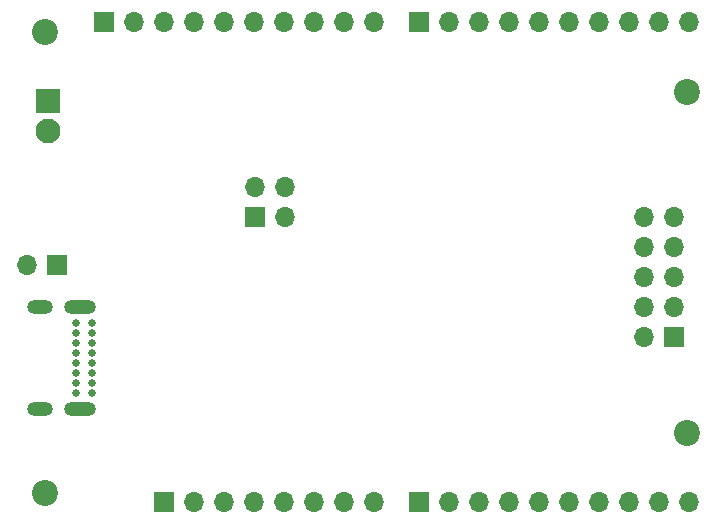
<source format=gbr>
%TF.GenerationSoftware,KiCad,Pcbnew,7.0.6*%
%TF.CreationDate,2023-07-26T12:25:32-06:00*%
%TF.ProjectId,PuyoPuy030,5075796f-5075-4793-9033-302e6b696361,rev?*%
%TF.SameCoordinates,Original*%
%TF.FileFunction,Soldermask,Bot*%
%TF.FilePolarity,Negative*%
%FSLAX46Y46*%
G04 Gerber Fmt 4.6, Leading zero omitted, Abs format (unit mm)*
G04 Created by KiCad (PCBNEW 7.0.6) date 2023-07-26 12:25:32*
%MOMM*%
%LPD*%
G01*
G04 APERTURE LIST*
%ADD10R,1.700000X1.700000*%
%ADD11O,1.700000X1.700000*%
%ADD12C,2.200000*%
%ADD13C,0.660400*%
%ADD14O,2.700000X1.200000*%
%ADD15O,2.200000X1.200000*%
%ADD16R,2.100000X2.100000*%
%ADD17C,2.100000*%
G04 APERTURE END LIST*
D10*
%TO.C,J5*%
X116332000Y-91490800D03*
D11*
X118872000Y-91490800D03*
X121412000Y-91490800D03*
X123952000Y-91490800D03*
X126492000Y-91490800D03*
X129032000Y-91490800D03*
X131572000Y-91490800D03*
X134112000Y-91490800D03*
X136652000Y-91490800D03*
X139192000Y-91490800D03*
%TD*%
D10*
%TO.C,J3*%
X137962600Y-118137700D03*
D11*
X135422600Y-118137700D03*
X137962600Y-115597700D03*
X135422600Y-115597700D03*
X137962600Y-113057700D03*
X135422600Y-113057700D03*
X137962600Y-110517700D03*
X135422600Y-110517700D03*
X137962600Y-107977700D03*
X135422600Y-107977700D03*
%TD*%
D12*
%TO.C,H4*%
X139070200Y-126217800D03*
%TD*%
D10*
%TO.C,J6*%
X116332000Y-132130800D03*
D11*
X118872000Y-132130800D03*
X121412000Y-132130800D03*
X123952000Y-132130800D03*
X126492000Y-132130800D03*
X129032000Y-132130800D03*
X131572000Y-132130800D03*
X134112000Y-132130800D03*
X136652000Y-132130800D03*
X139192000Y-132130800D03*
%TD*%
D10*
%TO.C,J7*%
X94742000Y-132130800D03*
D11*
X97282000Y-132130800D03*
X99822000Y-132130800D03*
X102362000Y-132130800D03*
X104902000Y-132130800D03*
X107442000Y-132130800D03*
X109982000Y-132130800D03*
X112522000Y-132130800D03*
%TD*%
D10*
%TO.C,J2*%
X102484000Y-107955000D03*
D11*
X102484000Y-105415000D03*
X105024000Y-107955000D03*
X105024000Y-105415000D03*
%TD*%
D12*
%TO.C,H1*%
X84703800Y-92323800D03*
%TD*%
D13*
%TO.C,J1*%
X88664000Y-116920000D03*
X88664000Y-117770001D03*
X88664000Y-118619999D03*
X88664000Y-119470000D03*
X88664000Y-120320001D03*
X88664000Y-121170002D03*
X88664000Y-122020000D03*
X88664000Y-122870001D03*
X87314000Y-122870001D03*
X87314000Y-122020000D03*
X87314000Y-121170002D03*
X87314000Y-120320001D03*
X87314000Y-119470000D03*
X87314000Y-118619999D03*
X87314000Y-117770001D03*
X87314000Y-116920000D03*
D14*
X87683999Y-115570000D03*
D15*
X84299000Y-115570015D03*
D14*
X87684000Y-124219985D03*
D15*
X84299000Y-124219985D03*
%TD*%
D10*
%TO.C,J4*%
X89662000Y-91490800D03*
D11*
X92202000Y-91490800D03*
X94742000Y-91490800D03*
X97282000Y-91490800D03*
X99822000Y-91490800D03*
X102362000Y-91490800D03*
X104902000Y-91490800D03*
X107442000Y-91490800D03*
X109982000Y-91490800D03*
X112522000Y-91490800D03*
%TD*%
D12*
%TO.C,H2*%
X139070200Y-97403800D03*
%TD*%
%TO.C,H3*%
X84703800Y-131297800D03*
%TD*%
D10*
%TO.C,JP1*%
X85730000Y-112014000D03*
D11*
X83190000Y-112014000D03*
%TD*%
D16*
%TO.C,J8*%
X84963000Y-98171000D03*
D17*
X84963000Y-100711000D03*
%TD*%
M02*

</source>
